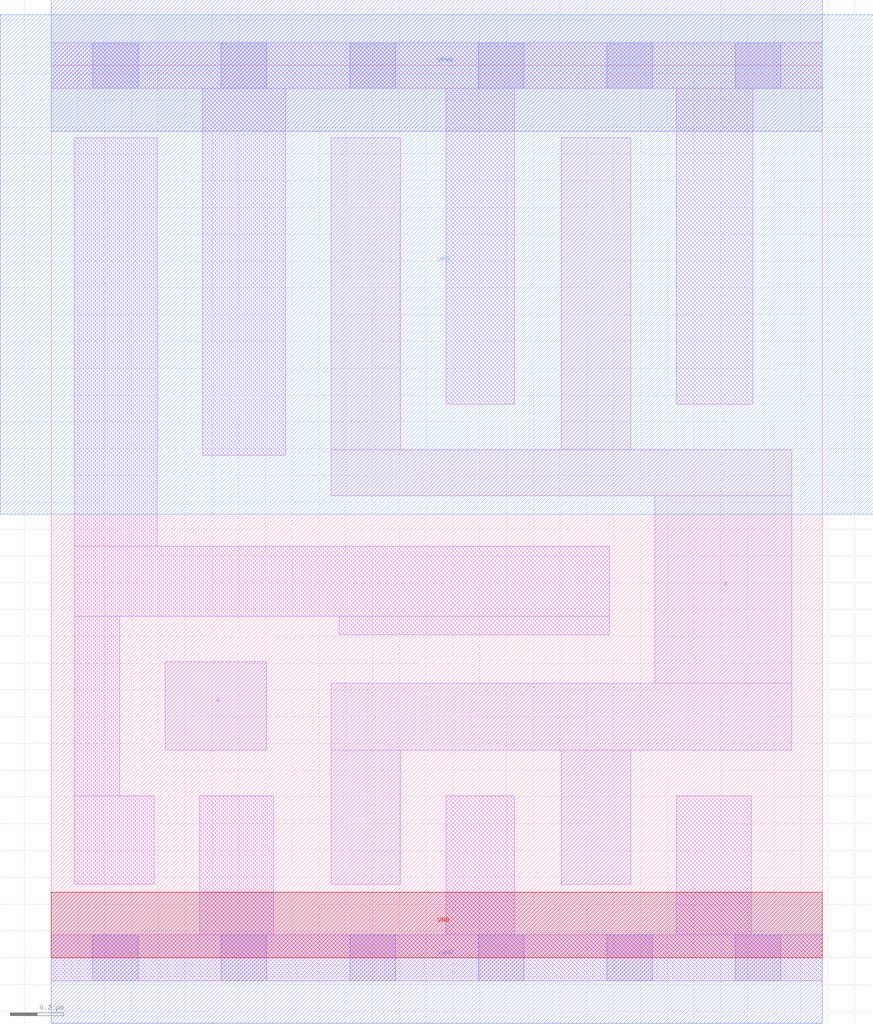
<source format=lef>
# Copyright 2020 The SkyWater PDK Authors
#
# Licensed under the Apache License, Version 2.0 (the "License");
# you may not use this file except in compliance with the License.
# You may obtain a copy of the License at
#
#     https://www.apache.org/licenses/LICENSE-2.0
#
# Unless required by applicable law or agreed to in writing, software
# distributed under the License is distributed on an "AS IS" BASIS,
# WITHOUT WARRANTIES OR CONDITIONS OF ANY KIND, either express or implied.
# See the License for the specific language governing permissions and
# limitations under the License.
#
# SPDX-License-Identifier: Apache-2.0

VERSION 5.7 ;
  NOWIREEXTENSIONATPIN ON ;
  DIVIDERCHAR "/" ;
  BUSBITCHARS "[]" ;
MACRO sky130_fd_sc_lp__clkbuf_4
  CLASS CORE ;
  FOREIGN sky130_fd_sc_lp__clkbuf_4 ;
  ORIGIN  0.000000  0.000000 ;
  SIZE  2.880000 BY  3.330000 ;
  SYMMETRY X Y R90 ;
  SITE unit ;
  PIN A
    ANTENNAGATEAREA  0.252000 ;
    DIRECTION INPUT ;
    USE SIGNAL ;
    PORT
      LAYER li1 ;
        RECT 0.425000 0.775000 0.805000 1.105000 ;
    END
  END A
  PIN X
    ANTENNADIFFAREA  0.940800 ;
    DIRECTION OUTPUT ;
    USE SIGNAL ;
    PORT
      LAYER li1 ;
        RECT 1.045000 0.275000 1.305000 0.775000 ;
        RECT 1.045000 0.775000 2.765000 1.025000 ;
        RECT 1.045000 1.725000 2.765000 1.895000 ;
        RECT 1.045000 1.895000 1.305000 3.060000 ;
        RECT 1.905000 0.275000 2.165000 0.775000 ;
        RECT 1.905000 1.895000 2.165000 3.060000 ;
        RECT 2.255000 1.025000 2.765000 1.725000 ;
    END
  END X
  PIN VGND
    DIRECTION INOUT ;
    USE GROUND ;
    PORT
      LAYER met1 ;
        RECT 0.000000 -0.245000 2.880000 0.245000 ;
    END
  END VGND
  PIN VNB
    DIRECTION INOUT ;
    USE GROUND ;
    PORT
      LAYER pwell ;
        RECT 0.000000 0.000000 2.880000 0.245000 ;
    END
  END VNB
  PIN VPB
    DIRECTION INOUT ;
    USE POWER ;
    PORT
      LAYER nwell ;
        RECT -0.190000 1.655000 3.070000 3.520000 ;
    END
  END VPB
  PIN VPWR
    DIRECTION INOUT ;
    USE POWER ;
    PORT
      LAYER met1 ;
        RECT 0.000000 3.085000 2.880000 3.575000 ;
    END
  END VPWR
  OBS
    LAYER li1 ;
      RECT 0.000000 -0.085000 2.880000 0.085000 ;
      RECT 0.000000  3.245000 2.880000 3.415000 ;
      RECT 0.085000  0.275000 0.385000 0.605000 ;
      RECT 0.085000  0.605000 0.255000 1.275000 ;
      RECT 0.085000  1.275000 2.085000 1.535000 ;
      RECT 0.085000  1.535000 0.395000 3.060000 ;
      RECT 0.555000  0.085000 0.830000 0.605000 ;
      RECT 0.565000  1.875000 0.875000 3.245000 ;
      RECT 1.075000  1.205000 2.085000 1.275000 ;
      RECT 1.475000  0.085000 1.730000 0.605000 ;
      RECT 1.475000  2.065000 1.730000 3.245000 ;
      RECT 2.335000  0.085000 2.615000 0.605000 ;
      RECT 2.335000  2.065000 2.620000 3.245000 ;
    LAYER mcon ;
      RECT 0.155000 -0.085000 0.325000 0.085000 ;
      RECT 0.155000  3.245000 0.325000 3.415000 ;
      RECT 0.635000 -0.085000 0.805000 0.085000 ;
      RECT 0.635000  3.245000 0.805000 3.415000 ;
      RECT 1.115000 -0.085000 1.285000 0.085000 ;
      RECT 1.115000  3.245000 1.285000 3.415000 ;
      RECT 1.595000 -0.085000 1.765000 0.085000 ;
      RECT 1.595000  3.245000 1.765000 3.415000 ;
      RECT 2.075000 -0.085000 2.245000 0.085000 ;
      RECT 2.075000  3.245000 2.245000 3.415000 ;
      RECT 2.555000 -0.085000 2.725000 0.085000 ;
      RECT 2.555000  3.245000 2.725000 3.415000 ;
  END
END sky130_fd_sc_lp__clkbuf_4
END LIBRARY

</source>
